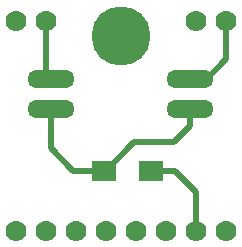
<source format=gbl>
G04 #@! TF.FileFunction,Copper,L2,Bot,Signal*
%FSLAX46Y46*%
G04 Gerber Fmt 4.6, Leading zero omitted, Abs format (unit mm)*
G04 Created by KiCad (PCBNEW 4.0.7) date 09/17/17 22:01:51*
%MOMM*%
%LPD*%
G01*
G04 APERTURE LIST*
%ADD10C,0.100000*%
%ADD11R,2.000000X1.700000*%
%ADD12C,1.778000*%
%ADD13O,4.000000X1.500000*%
%ADD14C,5.000000*%
%ADD15C,0.550000*%
G04 APERTURE END LIST*
D10*
D11*
X63733680Y-52550060D03*
X59733680Y-52550060D03*
D12*
X52303680Y-39850060D03*
X54843680Y-39850060D03*
X67543680Y-39850060D03*
X70083680Y-39850060D03*
X52303680Y-57630060D03*
X54843680Y-57630060D03*
X57383680Y-57630060D03*
X59923680Y-57630060D03*
X62463680Y-57630060D03*
X65003680Y-57630060D03*
X67543680Y-57630060D03*
X70083680Y-57630060D03*
D13*
X55224680Y-44803060D03*
X55224680Y-47343060D03*
X67035680Y-44803060D03*
X67035680Y-47343060D03*
D14*
X61193680Y-41120060D03*
D15*
X54843680Y-39850060D02*
X54843680Y-44422060D01*
X54843680Y-44422060D02*
X55224680Y-44803060D01*
X65668680Y-50137060D02*
X62296680Y-50137060D01*
X62296680Y-50137060D02*
X59883680Y-52550060D01*
X59883680Y-52550060D02*
X59733680Y-52550060D01*
X67035680Y-47470060D02*
X67035680Y-48770060D01*
X67035680Y-48770060D02*
X65668680Y-50137060D01*
X55224680Y-47343060D02*
X55224680Y-50645060D01*
X55224680Y-50645060D02*
X57129680Y-52550060D01*
X57129680Y-52550060D02*
X59733680Y-52550060D01*
X67543680Y-54328060D02*
X65765680Y-52550060D01*
X65765680Y-52550060D02*
X63733680Y-52550060D01*
X67543680Y-57630060D02*
X67543680Y-54328060D01*
X70083680Y-39850060D02*
X70083680Y-43132060D01*
X70083680Y-43132060D02*
X68285680Y-44930060D01*
X68285680Y-44930060D02*
X67035680Y-44930060D01*
M02*

</source>
